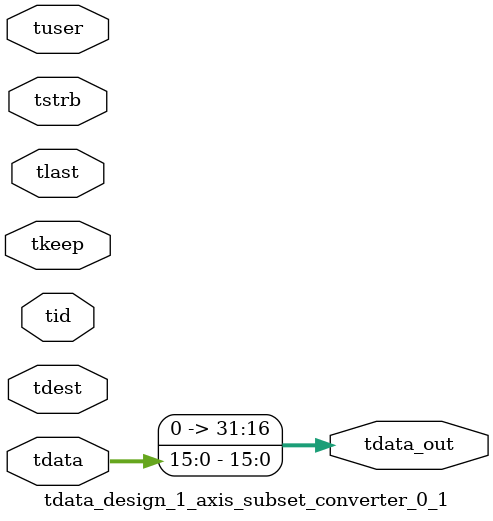
<source format=v>


`timescale 1ps/1ps

module tdata_design_1_axis_subset_converter_0_1 #
(
parameter C_S_AXIS_TDATA_WIDTH = 32,
parameter C_S_AXIS_TUSER_WIDTH = 0,
parameter C_S_AXIS_TID_WIDTH   = 0,
parameter C_S_AXIS_TDEST_WIDTH = 0,
parameter C_M_AXIS_TDATA_WIDTH = 32
)
(
input  [(C_S_AXIS_TDATA_WIDTH == 0 ? 1 : C_S_AXIS_TDATA_WIDTH)-1:0     ] tdata,
input  [(C_S_AXIS_TUSER_WIDTH == 0 ? 1 : C_S_AXIS_TUSER_WIDTH)-1:0     ] tuser,
input  [(C_S_AXIS_TID_WIDTH   == 0 ? 1 : C_S_AXIS_TID_WIDTH)-1:0       ] tid,
input  [(C_S_AXIS_TDEST_WIDTH == 0 ? 1 : C_S_AXIS_TDEST_WIDTH)-1:0     ] tdest,
input  [(C_S_AXIS_TDATA_WIDTH/8)-1:0 ] tkeep,
input  [(C_S_AXIS_TDATA_WIDTH/8)-1:0 ] tstrb,
input                                                                    tlast,
output [C_M_AXIS_TDATA_WIDTH-1:0] tdata_out
);

assign tdata_out = {tdata[15:0]};

endmodule


</source>
